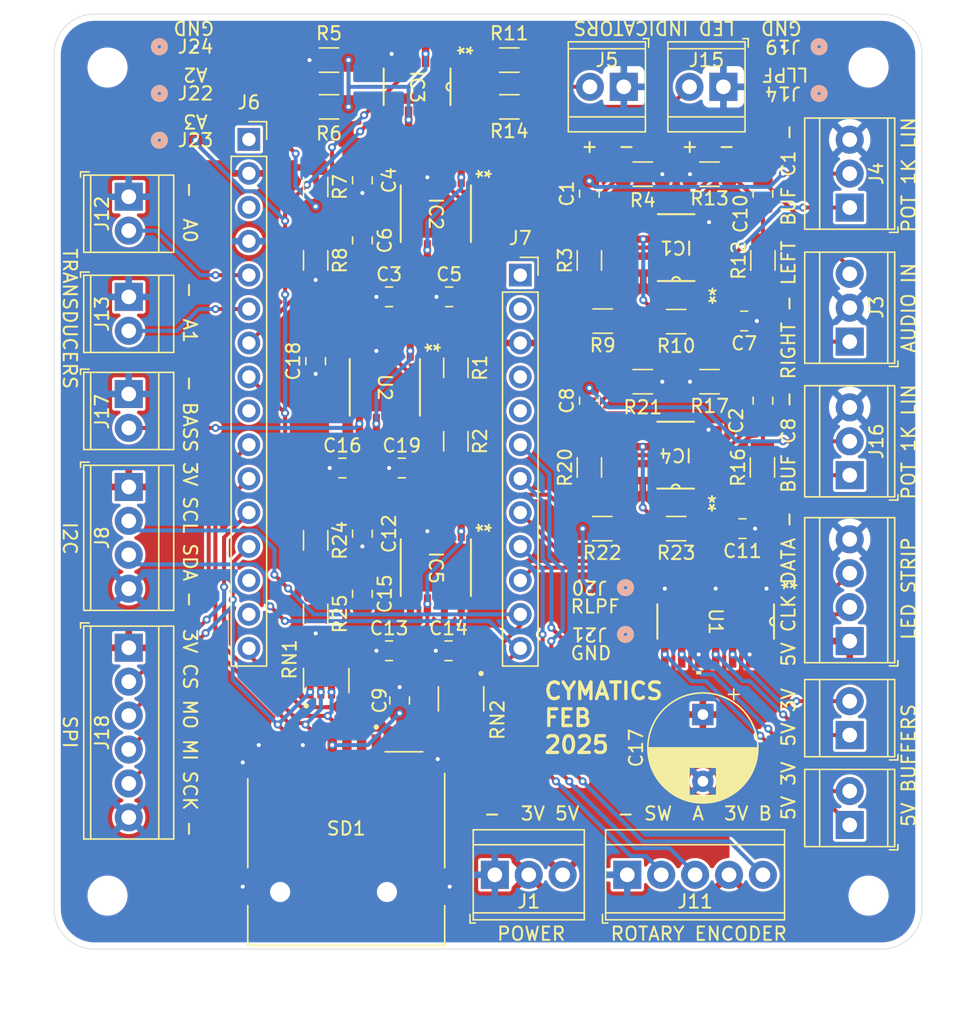
<source format=kicad_pcb>
(kicad_pcb (version 20240108) (generator "pcbnew") (generator_version "8.0")
  (layers (0 "F.Cu" signal) (31 "B.Cu" signal) (34 "B.Paste" user) (35 "F.Paste" user) (36 "B.SilkS" user "B.Silkscreen") (37 "F.SilkS" user "F.Silkscreen") (38 "B.Mask" user) (39 "F.Mask" user) (44 "Edge.Cuts" user))
  (net 0 "")
  (net 1 "Net-(IC1-2IN+)")
  (net 2 "Net-(J4-Pin_2)")
  (net 3 "Net-(IC2-COM)")
  (net 4 "GND")
  (net 5 "USB")
  (net 6 "Net-(IC2-CLK)")
  (net 7 "Net-(IC2-OUT)")
  (net 8 "A2")
  (net 9 "Net-(C7-Pad2)")
  (net 10 "3V3")
  (net 11 "Net-(IC1-1IN+)")
  (net 12 "Net-(IC1-1IN-)")
  (net 13 "Net-(IC1-2OUT)")
  (net 14 "Net-(IC1-2IN-)")
  (net 15 "Net-(IC3-1OUT)")
  (net 16 "Net-(IC3-1IN-)")
  (net 17 "Net-(J2-Pin_2)")
  (net 18 "Net-(J2-Pin_1)")
  (net 19 "Net-(J3-Pin_3)")
  (net 20 "Net-(J3-Pin_1)")
  (net 21 "Net-(J5-Pin_2)")
  (net 22 "SCK")
  (net 23 "EXT_CS")
  (net 25 "Net-(IC4-1IN+)")
  (net 28 "A1")
  (net 30 "MO")
  (net 31 "A0")
  (net 32 "SD_CS")
  (net 34 "MI")
  (net 35 "RE_A")
  (net 36 "LED_DATA_3V3")
  (net 39 "LED_CLK_3V3")
  (net 40 "SDA")
  (net 42 "SCL")
  (net 44 "RE_B")
  (net 45 "RE_SW1")
  (net 46 "Net-(J9-Pin_2)")
  (net 47 "Net-(J9-Pin_1)")
  (net 48 "LED_DATA_5V")
  (net 49 "LED_CLK_5V")
  (net 50 "Net-(U2-COM)")
  (net 51 "Net-(IC4-2IN+)")
  (net 52 "Net-(J16-Pin_2)")
  (net 53 "Net-(C11-Pad2)")
  (net 54 "Net-(IC5-COM)")
  (net 55 "Net-(IC5-CLK)")
  (net 56 "Net-(IC5-OUT)")
  (net 57 "A3")
  (net 58 "Net-(IC3-2OUT)")
  (net 59 "Net-(IC4-1IN-)")
  (net 60 "Net-(IC4-2IN-)")
  (net 61 "Net-(IC4-2OUT)")
  (net 62 "Net-(J15-Pin_2)")
  (net 63 "Net-(U2-CLK)")
  (net 64 "BASS_OUT")
  (net 65 "Net-(U2-IN)")
  (net 66 "DAT2")
  (net 67 "DAT1")
  (footprint "Resistor_SMD:R_1206_3216Metric" (layer "F.Cu") (at 120.21 79.591625 -90)
    (property "Reference" "R1")
    (property "Value" "10k")
  )
  (footprint "TerminalBlock_TE-Connectivity:TerminalBlock_TE_282834-2_1x02_P2.54mm_Horizontal" (layer "F.Cu") (at 140.25 58.55 180)
    (property "Reference" "J15")
    (property "Value" "Screw_Terminal_01x02")
  )
  (footprint "CAY16:RESCAF80P320X160X60-8N" (layer "F.Cu") (at 120.6 104.375 -90)
    (property "Reference" "RN2")
    (property "Value" "CAY16-473J4LF")
  )
  (footprint "Capacitor_SMD:C_0805_2012Metric" (layer "F.Cu") (at 116 104.5 -90)
    (property "Reference" "C9")
    (property "Value" "0.1uF")
  )
  (footprint "Resistor_SMD:R_1206_3216Metric" (layer "F.Cu") (at 143.21 71.55 90)
    (property "Reference" "R12")
    (property "Value" "10k")
  )
  (footprint "Capacitor_SMD:C_0805_2012Metric" (layer "F.Cu") (at 113.21 65.55 90)
    (property "Reference" "C4")
    (property "Value" "0.1uF")
  )
  (footprint "TerminalBlock_TE-Connectivity:TerminalBlock_TE_282834-2_1x02_P2.54mm_Horizontal" (layer "F.Cu") (at 95.71 81.55 -90)
    (property "Reference" "J17")
    (property "Value" "Screw_Terminal_01x02")
  )
  (footprint "Resistor_SMD:R_1206_3216Metric" (layer "F.Cu") (at 131.21 76.09 180)
    (property "Reference" "R9")
    (property "Value" "22k")
  )
  (footprint "MAX7403CSA:21-0041B_8_MXM" (layer "F.Cu") (at 118.71 68.05 -90)
    (property "Reference" "IC2")
    (property "Value" "MAX7403CSA+")
  )
  (footprint "MSD-4-A:CUI_MSD-4-A" (layer "F.Cu") (at 112 115.5875)
    (property "Reference" "SD1")
    (property "Value" "MSD-4-A")
  )
  (footprint "TerminalBlock_TE-Connectivity:TerminalBlock_TE_282834-6_1x06_P2.54mm_Horizontal" (layer "F.Cu") (at 95.71 100.55 -90)
    (property "Reference" "J18")
    (property "Value" "Screw_Terminal_01x06")
  )
  (footprint "MountingHole:MountingHole_2.5mm" (layer "F.Cu") (at 151.12085 119.108694)
    (property "Reference" "REF**" (hide yes))
    (property "Value" "MountingHole_2.5mm")
  )
  (footprint "Connector_PinSocket_2.54mm:PinSocket_1x12_P2.54mm_Vertical" (layer "F.Cu") (at 125.036 72.65)
    (property "Reference" "J7")
    (property "Value" "Conn_01x12_Socket")
  )
  (footprint "Resistor_SMD:R_1206_3216Metric" (layer "F.Cu") (at 136.71 91.63 180)
    (property "Reference" "R23")
    (property "Value" "6.2k")
  )
  (footprint "Capacitor_SMD:C_0805_2012Metric" (layer "F.Cu") (at 130.21 82.05 90)
    (property "Reference" "C8")
    (property "Value" "10uF")
  )
  (footprint "TerminalBlock_TE-Connectivity:TerminalBlock_TE_282834-4_1x04_P2.54mm_Horizontal" (layer "F.Cu") (at 95.71 88.51 -90)
    (property "Reference" "J8")
    (property "Value" "Screw_Terminal_01x04")
  )
  (footprint "Capacitor_SMD:C_0805_2012Metric" (layer "F.Cu") (at 113.21 92.0125 90)
    (property "Reference" "C12")
    (property "Value" "0.1uF")
  )
  (footprint "MountingHole:MountingHole_2.5mm" (layer "F.Cu") (at 94.12085 57.108694)
    (property "Reference" "REF**" (hide yes))
    (property "Value" "MountingHole_2.5mm")
  )
  (footprint "Resistor_SMD:R_1206_3216Metric" (layer "F.Cu") (at 130.21 87.05 90)
    (property "Reference" "R20")
    (property "Value" "10k")
  )
  (footprint "Capacitor_SMD:C_0805_2012Metric" (layer "F.Cu") (at 113.21 96.5125 -90)
    (property "Reference" "C15")
    (property "Value" "10uF")
  )
  (footprint "TerminalBlock_TE-Connectivity:TerminalBlock_TE_282834-2_1x02_P2.54mm_Horizontal" (layer "F.Cu") (at 149.71 107.09 90)
    (property "Reference" "J2" (hide yes))
    (property "Value" "Screw_Terminal_01x02")
  )
  (footprint "Capacitor_THT:CP_Radial_D8.0mm_P5.00mm" (layer "F.Cu") (at 138.71 105.55 -90)
    (property "Reference" "C17")
    (property "Value" "1000uF")
  )
  (footprint "LMV358IDR:D8" (layer "F.Cu") (at 117.305 58.55 -90)
    (property "Reference" "IC3")
    (property "Value" "LMV358IDR")
  )
  (footprint "TerminalBlock_TE-Connectivity:TerminalBlock_TE_282834-2_1x02_P2.54mm_Horizontal" (layer "F.Cu") (at 149.71 113.82 90)
    (property "Reference" "J9" (hide yes))
    (property "Value" "Screw_Terminal_01x02")
  )
  (footprint "Capacitor_SMD:C_0805_2012Metric" (layer "F.Cu") (at 115.21 100.77415)
    (property "Reference" "C13")
    (property "Value" "0.1uF")
  )
  (footprint "RCU-0C:CONN1_RCU-0C_TEC" (layer "F.Cu") (at 144.71 59.05 180)
    (property "Reference" "J14")
    (property "Value" "RCU-0C")
  )
  (footprint "Resistor_SMD:R_1206_3216Metric" (layer "F.Cu") (at 130.21 71.55 90)
    (property "Reference" "R3")
    (property "Value" "10k")
  )
  (footprint "Resistor_SMD:R_1206_3216Metric" (layer "F.Cu") (at 109.71 98.0125 -90)
    (property "Reference" "R25")
    (property "Value" "10k")
  )
  (footprint "Capacitor_SMD:C_0805_2012Metric" (layer "F.Cu") (at 115.21 74.27415)
    (property "Reference" "C3")
    (property "Value" "0.1uF")
  )
  (footprint "Resistor_SMD:R_1206_3216Metric" (layer "F.Cu") (at 120.21 85.091625 -90)
    (property "Reference" "R2")
    (property "Value" "10k")
  )
  (footprint "Capacitor_SMD:C_0805_2012Metric" (layer "F.Cu") (at 116.16 87.091625)
    (property "Reference" "C19")
    (property "Value" "6.8nF")
  )
  (footprint "Resistor_SMD:R_1206_3216Metric" (layer "F.Cu") (at 131.1725 91.63 180)
    (property "Reference" "R22")
    (property "Value" "22k")
  )
  (footprint "MAX7403CSA:21-0041B_8_MXM" (layer "F.Cu") (at 118.71 94.55 -90)
    (property "Reference" "IC5")
    (property "Value" "MAX7403CSA+")
  )
  (footprint "RCU-0C:CONN1_RCU-0C_TEC" (layer "F.Cu") (at 100.71 62.55)
    (property "Reference" "J23")
    (property "Value" "RCU-0C")
  )
  (footprint "RCU-0C:CONN1_RCU-0C_TEC" (layer "F.Cu") (at 100.71 59.05)
    (property "Reference" "J22")
    (property "Value" "RCU-0C")
  )
  (footprint "Resistor_SMD:R_1206_3216Metric" (layer "F.Cu") (at 134.21 65.09)
    (property "Reference" "R4")
    (property "Value" "10k")
  )
  (footprint "Capacitor_SMD:C_0805_2012Metric" (layer "F.Cu") (at 113.21 70.05 -90)
    (property "Reference" "C6")
    (property "Value" "10uF")
  )
  (footprint "Resistor_SMD:R_1206_3216Metric" (layer "F.Cu") (at 110.71 60.05)
    (property "Reference" "R6")
    (property "Value" "5k")
  )
  (footprint "RCU-0C:CONN1_RCU-0C_TEC" (layer "F.Cu") (at 144.71 55.55 180)
    (property "Reference" "J19")
    (property "Value" "RCU-0C")
  )
  (footprint "TerminalBlock_TE-Connectivity:TerminalBlock_TE_282834-2_1x02_P2.54mm_Horizontal" (layer "F.Cu") (at 95.71 74.28 -90)
    (property "Reference" "J13")
    (property "Value" "Screw_Terminal_01x02")
  )
  (footprint "Capacitor_SMD:C_0805_2012Metric" (layer "F.Cu") (at 141.804894 76.08415 180)
    (property "Reference" "C7")
    (property "Value" "10uF")
  )
  (footprint "Capacitor_SMD:C_0805_2012Metric" (layer "F.Cu") (at 119.66 100.77415)
    (property "Reference" "C14")
    (property "Value" "100pF")
  )
  (footprint "MAX7403CSA:21-0041B_8_MXM" (layer "F.Cu") (at 114.891625 81.05 -90)
    (property "Reference" "U2")
    (property "Value" "MAX7480ESA+")
  )
  (footprint "Capacitor_SMD:C_0805_2012Metric" (layer "F.Cu") (at 130.21 66.55 90)
    (property "Reference" "C1")
    (property "Value" "10uF")
  )
  (footprint "Capacitor_SMD:C_0805_2012Metric" (layer "F.Cu") (at 109.71 79.091625 90)
    (property "Reference" "C18")
    (property "Value" "0.1uF")
  )
  (footprint "Resistor_SMD:R_1206_3216Metric" (layer "F.Cu") (at 139.21 65.09 180)
    (property "Reference" "R13")
    (property "Value" "10k")
  )
  (footprint "Resistor_SMD:R_1206_3216Metric" (layer "F.Cu") (at 139.21 80.63 180)
    (property "Reference" "R17")
    (property "Value" "10k")
  )
  (footprint "Resistor_SMD:R_1206_3216Metric" (layer "F.Cu") (at 109.71 71.55 -90)
    (property "Reference" "R8")
    (property "Value" "10k")
  )
  (footprint "Capacitor_SMD:C_0805_2012Metric" (layer "F.Cu") (at 119.71 74.27415)
    (property "Reference" "C5")
    (property "Value" "100pF")
  )
  (footprint "Capacitor_SMD:C_0805_2012Metric" (layer "F.Cu") (at 111.71 87.091625)
    (property "Reference" "C16")
    (property "Value" "0.1uF")
  )
  (footprint "TerminalBlock_TE-Connectivity:TerminalBlock_TE_282834-5_1x05_P2.54mm_Horizontal" (layer "F.Cu") (at 133.05 117.55)
    (property "Reference" "J11")
    (property "Value" "Screw_Terminal_01x05")
  )
  (footprint "RCU-0C:CONN1_RCU-0C_TEC" (layer "F.Cu") (at 130.21 96.05 180)
    (property "Reference" "J20")
    (property "Value" "RCU-0C")
  )
  (footprint "LMV358IDR:D8" (layer "F.Cu") (at 136.6725 86.13 180)
    (property "Reference" "IC4")
    (property "Value" "LMV358IDR")
  )
  (footprint "CAY16:RESCAF80P320X160X60-8N" (layer "F.Cu") (at 110.5 103 90)
    (property "Reference" "RN1")
    (property "Value" "CAY16-473J4LF")
  )
  (footprint "Resistor_SMD:R_1206_3216Metric" (layer "F.Cu") (at 124.21 56.55 180)
    (property "Reference" "R11")
    (property "Value" "150")
  )
  (footprint "MountingHole:MountingHole_2.5mm" (layer "F.Cu") (at 151.12085 57.108694)
    (property "Reference" "REF**" (hide yes))
    (property "Value" "MountingHole_2.5mm")
  )
  (footprint "SN74AHCT125DR:D14" (layer "F.Cu") (at 139.67 98.5862 -90)
    (property "Reference" "U1")
    (property "Value" "SN74AHCT125DR")
  )
  (footprint "Resistor_SMD:R_1206_3216Metric" (layer "F.Cu") (at 134.21 80.63)
    (property "Reference" "R21")
    (property "Value" "10k")
  )
  (footprint "Resistor_SMD:R_1206_3216Metric" (layer "F.Cu") (at 110.71 56.55 180)
    (property "Reference" "R5")
    (property "Value" "7.5k")
  )
  (footprint "Capacitor_SMD:C_0805_2012Metric" (layer "F.Cu") (at 143.21 82.05 -90)
    (property "Reference" "C2")
    (property "Value" "10uF" (hide yes))
  )
  (footprint "Capacitor_SMD:C_0805_2012Metric" (layer "F.Cu") (at 143.21 66.55 90)
    (property "Reference" "C10")
    (property "Value" "10uF")
  )
  (footprint "Resistor_SMD:R_1206_3216Metric" (layer "F.Cu") (at 109.71 92.5125 -90)
    (property "Reference" "R24")
    (property "Value" "10k")
  )
  (footprint "Resistor_SMD:R_1206_3216Metric" (layer "F.Cu") (at 109.71 66.05 -90)
    (property "Reference" "R7")
    (property "Value" "10k")
  )
  (footprint "Resistor_SMD:R_1206_3216Metric" (layer "F.Cu") (at 143.1725 87.05 90)
    (property "Reference" "R16")
    (property "Value" "10k")
  )
  (footprint "Resistor_SMD:R_1206_3216Metric" (layer "F.Cu") (at 124.21 60.05 180)
    (property "Reference" "R14")
    (property "Value" "150")
  )
  (footprint "Connector_PinSocket_2.54mm:PinSocket_1x16_P2.54mm_Vertical" (layer "F.Cu") (at 104.71 62.49)
    (property "Reference" "J6")
    (property "Value" "Conn_01x16_Socket")
  )
  (footprint "TerminalBlock_TE-Connectivity:TerminalBlock_TE_282834-3_1x03_P2.54mm_Horizontal" (layer "F.Cu") (at 149.71 87.63 90)
    (property "Reference" "J16")
    (property "Value" "Screw_Terminal_01x03")
  )
  (footprint "TerminalBlock_TE-Connectivity:TerminalBlock_TE_282834-2_1x02_P2.54mm_Horizontal" (layer "F.Cu") (at 132.79 58.55 180)
    (property "Reference" "J5")
    (property "Value" "Screw_Terminal_01x02")
  )
  (footprint "TerminalBlock_TE-Connectivity:TerminalBlock_TE_282834-3_1x03_P2.54mm_Horizontal" (layer "F.Cu") (at 149.71 67.59 90)
    (property "Reference" "J4")
    (property "Value" "Screw_Terminal_01x03")
  )
  (footprint "MountingHole:MountingHole_2.5mm" (layer "F.Cu") (at 94.12085 119.108694)
    (property "Reference" "REF**" (hide yes))
    (property "Value" "MountingHole_2.5mm")
  )
  (footprint "TerminalBlock_TE-Connectivity:TerminalBlock_TE_282834-3_1x03_P2.54mm_Horizontal" (layer "F.Cu") (at 123.13 117.55)
    (property "Reference" "J1")
    (property "Value" "Screw_Terminal_01x03")
  )
  (footprint "Resistor_SMD:R_1206_3216Metric" (layer "F.Cu") (at 136.71 76.13 180)
    (property "Reference" "R10")
    (property "Value" "6.2k")
  )
  (footprint "RCU-0C:CONN1_RCU-0C_TEC" (layer "F.Cu") (at 100.71 55.55)
    (property "Reference" "J24")
    (property "Value" "RCU-0C")
  )
  (footprint "TerminalBlock_TE-Connectivity:TerminalBlock_TE_282834-4_1x04_P2.54mm_Horizontal" (layer "F.Cu") (at 149.71 100.05 90)
    (property "Reference" "J10" (hide yes))
    (property "Value" "Screw_Terminal_01x04")
  )
  (footprint "RCU-0C:CONN1_RCU-0C_TEC" (layer "F.Cu") (at 130.21 99.55 180)
    (property "Reference" "J21")
    (property "Value" "RCU-0C")
  )
  (footprint "TerminalBlock_TE-Connectivity:TerminalBlock_TE_282834-2_1x02_P2.54mm_Horizontal" (layer "F.Cu") (at 95.71 66.78 -90)
    (property "Reference" "J12")
    (property "Value" "Screw_Terminal_01x02")
  )
  (footprint "LMV358IDR:D8" (layer "F.Cu") (at 136.71 70.59 180)
    (property "Reference" "IC1")
    (property "Value" "LMV358IDR")
  )
  (footprint "Capacitor_SMD:C_0805_2012Metric" (layer "F.Cu") (at 141.6725 91.63 180)
    (property "Reference" "C11")
    (property "Value" "10uF")
  )
  (footprint "TerminalBlock_TE-Connectivity:TerminalBlock_TE_282834-3_1x03_P2.54mm_Horizontal" (layer "F.Cu") (at 149.71 77.63 90)
    (property "Reference" "J3")
    (property "Value" "Screw_Terminal_01x03")
  )
  (gr_arc (start 93.12085 123.108694) (mid 90.999529 122.230002) (end 90.12085 120.108694) (stroke (width 0.05)) (layer "Edge.Cuts"))
  (gr_line (start 152.120851 123.108695) (end 93.12085 123.108694) (stroke (width 0.05)) (layer "Edge.Cuts"))
  (gr_arc (start 152.120851 53.108693) (mid 154.242176 53.987384) (end 155.120851 56.108693) (stroke (width 0.05)) (layer "Edge.Cuts"))
  (gr_line (start 93.120849 53.108693) (end 152.120851 53.108693) (stroke (width 0.05)) (layer "Edge.Cuts"))
  (gr_line (start 155.120851 56.108693) (end 155.120851 120.108695) (stroke (width 0.05)) (layer "Edge.Cuts"))
  (gr_arc (start 90.120849 56.108693) (mid 90.999534 53.987395) (end 93.120849 53.108693) (stroke (width 0.05)) (layer "Edge.Cuts"))
  (gr_line (start 90.120849 56.108693) (end 90.12085 120.108694) (stroke (width 0.05)) (layer "Edge.Cuts"))
  (gr_arc (start 155.120851 120.108695) (mid 154.24217 122.230001) (end 152.120851 123.108695) (stroke (width 0.05)) (layer "Edge.Cuts"))
  (gr_text "A3" (at 101.71 60.55 180) (layer "F.SilkS") (effects (font (size 1 1)) (justify left bottom)))
  (gr_text "-  A1" (at 99.71 73.05 270) (layer "F.SilkS") (effects (font (size 1 1)) (justify left bottom)))
  (gr_text "3V SCL SDA -" (at 99.71 86.55 270) (layer "F.SilkS") (effects (font (size 1 1)) (justify left bottom)))
  (gr_text "I2C" (at 90.71 91.05 270) (layer "F.SilkS") (effects (font (size 1 1)) (justify left bottom)))
  (gr_text "- SW  A  3V B" (at 132.21 113.55 0) (layer "F.SilkS") (effects (font (size 1 1)) (justify left bottom)))
  (gr_text "- BASS" (at 99.71 80.05 270) (layer "F.SilkS") (effects (font (size 1 1)) (justify left bottom)))
  (gr_text "LLPF" (at 146.71 57.05 180) (layer "F.SilkS") (effects (font (size 1 1)) (justify left bottom)))
  (gr_text "POWER" (at 123.21 122.55 0) (layer "F.SilkS") (effects (font (size 1 1)) (justify left bottom)))
  (gr_text "GND" (at 128.71 101.55 0) (layer "F.SilkS") (effects (font (size 1 1)) (justify left bottom)))
  (gr_text "POT 1K LIN" (at 154.71 69.55 90) (layer "F.SilkS") (effects (font (size 1 1)) (justify left bottom)))
  (gr_text "-  3V 5V" (at 122.21 113.55 0) (layer "F.SilkS") (effects (font (size 1 1)) (justify left bottom)))
  (gr_text "TRANSDUCERS" (at 90.71 70.55 270) (layer "F.SilkS") (effects (font (size 1 1)) (justify left bottom)))
  (gr_text "POT 1K LIN" (at 154.71 89.55 90) (layer "F.SilkS") (effects (font (size 1 1)) (justify left bottom)))
  (gr_text "SPI" (at 90.71 105.55 270) (layer "F.SilkS") (effects (font (size 1 1)) (justify left bottom)))
  (gr_text "LED INDICATORS" (at 141.21 53.55 180) (layer "F.SilkS") (effects (font (size 1 1)) (justify left bottom)))
  (gr_text "BUF C1 -" (at 145.71 69.05 90) (layer "F.SilkS") (effects (font (size 1 1)) (justify left bottom)))
  (gr_text "GND" (at 146.21 53.55 180) (layer "F.SilkS") (effects (font (size 1 1)) (justify left bottom)))
  (gr_text "5V 3V" (at 145.71 113.55 90) (layer "F.SilkS") (effects (font (size 1 1)) (justify left bottom)))
  (gr_text "-  A0" (at 99.71 65.55 270) (layer "F.SilkS") (effects (font (size 1 1)) (justify left bottom)))
  (gr_text "RLPF" (at 128.71 98.05 0) (layer "F.SilkS") (effects (font (size 1 1)) (justify left bottom)))
  (gr_text "3V CS MO MI SCK -" (at 99.71 99.05 270) (layer "F.SilkS") (effects (font (size 1 1)) (justify left bottom)))
  (gr_text "AUDIO IN" (at 154.71 78.55 90) (layer "F.SilkS") (effects (font (size 1 1)) (justify left bottom)))
  (gr_text "ROTARY ENCODER" (at 131.71 122.55 0) (layer "F.SilkS") (effects (font (size 1 1)) (justify left bottom)))
  (gr_text "BUF C8 -" (at 145.71 89.05 90) (layer "F.SilkS") (effects (font (size 1 1)) (justify left bottom)))
  (gr_text "-  +" (at 133.71 62.55 180) (layer "F.SilkS") (effects (font (size 1 1)) (justify left bottom)))
  (gr_text "-  +" (at 141.21 62.55 180) (layer "F.SilkS") (effects (font (size 1 1)) (justify left bottom)))
  (gr_text "CYMATICS\nFEB\n2025" (at 126.71 108.55 0) (layer "F.SilkS") (effects (font (size 1.25 1.25) (thickness 0.25) (bold yes)) (justify left bottom)))
  (gr_text "5V 3V" (at 145.71 108.05 90) (layer "F.SilkS") (effects (font (size 1 1)) (justify left bottom)))
  (gr_text "LED STRIP" (at 154.71 100.05 90) (layer "F.SilkS") (effects (font (size 1 1)) (justify left bottom)))
  (gr_text "5V BUFFERS" (at 154.71 114.05 90) (layer "F.SilkS") (effects (font (size 1 1)) (justify left bottom)))
  (gr_text "5V CLK DATA -" (at 145.71 102.05 90) (layer "F.SilkS") (effects (font (size 1 1)) (justify left bottom)))
  (gr_text "RIGHT - LEFT" (at 145.71 80.55 90) (layer "F.SilkS") (effects (font (size 1 1)) (justify left bottom)))
  (gr_text "GND" (at 102.21 53.55 180) (layer "F.SilkS") (effects (font (size 1 1)) (justify left bottom)))
  (gr_text "A2" (at 101.71 57.05 180) (layer "F.SilkS") (effects (font (size 1 1)) (justify left bottom)))
  (segment (start 132.62 65.09) (end 132.7475 65.09) (width 0.3) (layer "F.Cu") (net 1))
  (segment (start 130.21 67.5) (end 132.62 65.09) (width 0.3) (layer "F.Cu") (net 1))
  (segment (start 133.0612 67.5) (end 134.2462 68.685) (width 0.3) (layer "F.Cu") (net 1))
  (segment (start 130.21 67.5) (end 130.21 70.0875) (width 0.3) (layer "F.Cu") (net 1))
  (segment (start 130.21 67.5) (end 133.0612 67.5) (width 0.3) (layer "F.Cu") (net 1))
  (segment (start 144.71 65.05) (end 149.71 65.05) (width 0.3) (layer "F.Cu") (net 2))
  (via (at 144.71 65.05) (size 0.6) (drill 0.3) (layers "F.Cu" "B.Cu") (net 2))
  (via (at 130.21 65.6) (size 0.6) (drill 0.3) (layers "F.Cu" "B.Cu") (net 2))
  (segment (start 130.652614 66.042614) (end 130.21 65.6) (width 0.3) (layer "B.Cu") (net 2))
  (segment (start 143.717386 66.042614) (end 130.652614 66.042614) (width 0.3) (layer "B.Cu") (net 2))
  (segment (start 144.71 65.05) (end 143.717386 66.042614) (width 0.3) (layer "B.Cu") (net 2))
  (segment (start 118.075 72.35915) (end 116.16 74.27415) (width 0.3) (layer "F.Cu") (net 3))
  (segment (start 118.075 70.77415) (end 118.075 72.35915) (width 0.3) (layer "F.Cu") (net 3))
  (via (at 118.075 70.77415) (size 0.6) (drill 0.3) (layers "F.Cu" "B.Cu") (net 3))
  (via (at 120.615 65.32585) (size 0.6) (drill 0.3) (layers "F.Cu" "B.Cu") (net 3))
  (segment (start 120.615 65.32585) (end 120.615 66.145) (width 0.3) (layer "B.Cu") (net 3))
  (segment (start 120.615 66.145) (end 118.075 68.685) (width 0.3) (layer "B.Cu") (net 3))
  (segment (start 118.075 68.685) (end 118.075 70.77415) (width 0.3) (layer "B.Cu") (net 3))
  (via (at 130.21 99.55) (size 0.6) (drill 0.3) (layers "F.Cu" "B.Cu") (net 4))
  (via (at 115.21 87.091625) (size 0.6) (drill 0.3) (layers "F.Cu" "B.Cu") (net 4))
  (via (at 104.25 118.4375) (size 0.6) (drill 0.3) (layers "F.Cu" "B.Cu") (net 4))
  (via (at 143.48 96.1224) (size 0.6) (drill 0.3) (layers "F.Cu" "B.Cu") (net 4))
  (via (at 114.26 74.27415) (size 0.6) (drill 0.3) (layers "F.Cu" "B.Cu") (net 4))
  (via (at 108.75 107.8375) (size 0.6) (drill 0.3) (layers "F.Cu" "B.Cu") (net 4))
  (via (at 142.21 101.05) (size 0.6) (drill 0.3) (layers "F.Cu" "B.Cu") (net 4))
  (via (at 138.4 101.05) (size 0.6) (drill 0.3) (layers "F.Cu" "B.Cu") (net 4))
  (via (at 137.7475 80.63) (size 0.6) (drill 0.3) (layers "F.Cu" "B.Cu") (net 4))
  (via (at 118.85 108.8875) (size 0.6) (drill 0.3) (layers "F.Cu" "B.Cu") (net 4))
  (via (at 142.6225 91.63) (size 0.6) (drill 0.3) (layers "F.Cu" "B.Cu") (net 4))
  (via (at 135.86 96.1224) (size 0.6) (drill 0.3) (layers "F.Cu" "B.Cu") (net 4))
  (via (at 119.75 118.4375) (size 0.6) (drill 0.3) (layers "F.Cu" "B.Cu") (net 4))
  (via (at 139.67 96.1224) (size 0.6) (drill 0.3) (layers "F.Cu" "B.Cu") (net 4))
  (via (at 139.1738 68.685) (size 0.6) (drill 0.3) (layers "F.Cu" "B.Cu") (net 4))
  (via (at 135.6725 65.09) (size 0.6) (drill 0.3) (layers "F.Cu" "B.Cu") (net 4))
  (via (at 118.76 74.27415) (size 0.6) (drill 0.3) (layers "F.Cu" "B.Cu") (net 4))
  (via (at 118.075 91.82585) (size 0.6) (drill 0.3) (layers "F.Cu" "B.Cu") (net 4))
  (via (at 100.71 55.55) (size 0.6) (drill 0.3) (layers "F.Cu" "B.Cu") (net 4))
  (via (at 114.256625 78.32585) (size 0.6) (drill 0.3) (layers "F.Cu" "B.Cu") (net 4))
  (via (at 118.71 100.77415) (size 0.6) (drill 0.3) (layers "F.Cu" "B.Cu") (net 4))
  (via (at 115.4 56.0862) (size 0.6) (drill 0.3) (layers "F.Cu" "B.Cu") (net 4))
  (via (at 118.075 65.32585) (size 0.6) (drill 0.3) (layers "F.Cu" "B.Cu") (net 4))
  (via (at 114.26 100.77415) (size 0.6) (drill 0.3) (layers "F.Cu" "B.Cu") (net 4))
  (via (at 139.1363 84.225) (size 0.6) (drill 0.3) (layers "F.Cu" "B.Cu") (net 4))
  (via (at 113.21 92.9625) (size 0.6) (drill 0.3) (layers "F.Cu" "B.Cu") (net 4))
  (via (at 142.754894 76.08415) (size 0.6) (drill 0.3) (layers "F.Cu" "B.Cu") (net 4))
  (via (at 109.71 99.475) (size 0.6) (drill 0.3) (layers "F.Cu" "B.Cu") (net 4))
  (via (at 116 103.5) (size 0.6) (drill 0.3) (layers "F.Cu" "B.Cu") (net 4))
  (via (at 104.25 109.1375) (size 0.6) (drill 0.3) (layers "F.Cu" "B.Cu") (net 4))
  (via (at 135.6725 80.63) (size 0.6) (drill 0.3) (layers "F.Cu" "B.Cu") (net 4))
  (via (at 144.71 55.55) (size 0.6) (drill 0.3) (layers "F.Cu" "B.Cu") (net 4))
  (via (at 105.45 107.8375) (size 0.6) (drill 0.3) (layers "F.Cu" "B.Cu") (net 4))
  (via (at 113.21 66.5) (size 0.6) (drill 0.3) (layers "F.Cu" "B.Cu") (net 4))
  (via (at 109.71 80.041625) (size 0.6) (drill 0.3) (layers "F.Cu" "B.Cu") (net 4))
  (via (at 110.76 87.091625) (size 0.6) (drill 0.3) (layers "F.Cu" "B.Cu") (net 4))
  (via (at 109.2475 56.55) (size 0.6) (drill 0.3) (layers "F.Cu" "B.Cu") (net 4))
  (via (at 137.7475 65.09) (size 0.6) (drill 0.3) (layers "F.Cu" "B.Cu") (net 4))
  (via (at 109.71 73.0125) (size 0.6) (drill 0.3) (layers "F.Cu" "B.Cu") (net 4))
  (segment (start 120.615 70.77415) (end 120.615 74.22915) (width 0.3) (layer "F.Cu") (net 6))
  (segment (start 120.615 74.22915) (end 120.66 74.27415) (width 0.3) (layer "F.Cu") (net 6))
  (segment (start 116.805 70.77415) (end 113.43585 70.77415) (width 0.3) (layer "F.Cu") (net 7))
  (segment (start 113.43585 70.77415) (end 113.21 71) (width 0.3) (layer "F.Cu") (net 7))
  (segment (start 109.71 67.5125) (end 109.71 66.55) (width 0.3) (layer "F.Cu") (net 8))
  (segment (start 113.21 69.1) (end 111.71 69.1) (width 0.3) (layer "F.Cu") (net 8))
  (segment (start 103.71 59.05) (end 100.71 59.05) (width 0.3) (layer "F.Cu") (net 8))
  (segment (start 108.21 71.5875) (end 109.71 70.0875) (width 0.3) (layer "F.Cu") (net 8))
  (segment (start 109.71 67.5125) (end 111.2975 69.1) (width 0.3) (layer "F.Cu") (net 8))
  (segment (start 108.21 74.23) (end 108.21 71.5875) (width 0.3) (layer "F.Cu") (net 8))
  (segment (start 110.31 70.0875) (end 109.71 70.0875) (width 0.3) (layer "F.Cu") (net 8))
  (segment (start 111.2975 69.1) (end 110.31 70.0875) (width 0.3) (layer "F.Cu") (net 8))
  (segment (start 116.67 57.345456) (end 116.67 56.0862) (width 0.3) (layer "F.Cu") (net 8))
  (segment (start 113.337728 60.677728) (end 116.67 57.345456) (width 0.3) (layer "F.Cu") (net 8))
  (segment (start 111.2975 69.1) (end 111.71 69.1) (width 0.3) (layer "F.Cu") (net 8))
  (segment (start 109.71 66.55) (end 110.935 65.325) (width 0.3) (layer "F.Cu") (net 8))
  (segment (start 104.71 77.73) (end 108.21 74.23) (width 0.3) (layer "F.Cu") (net 8))
  (segment (start 108.21 63.55) (end 103.71 59.05) (width 0.3) (layer "F.Cu") (net 8))
  (segment (start 110.935 65.325) (end 110.935 63.080456) (width 0.3) (layer "F.Cu") (net 8))
  (via (at 108.21 63.55) (size 0.6) (drill 0.3) (layers "F.Cu" "B.Cu") (net 8))
  (via (at 113.337728 60.677728) (size 0.6) (drill 0.3) (layers "F.Cu" "B.Cu") (net 8))
  (via (at 109.71 67.5125) (size 0.6) (drill 0.3) (layers "F.Cu" "B.Cu") (net 8))
  (via (at 110.935 63.080456) (size 0.6) (drill 0.3) (layers "F.Cu" "B.Cu") (net 8))
  (segment (start 108.21 63.55) (end 108.21 66.0125) (width 0.3) (layer "B.Cu") (net 8))
  (segment (start 113.337728 60.677728) (end 110.935 63.080456) (width 0.3) (layer "B.Cu") (net 8))
  (segment (start 108.21 66.0125) (end 109.71 67.5125) (width 0.3) (layer "B.Cu") (net 8))
  (segment (start 140.809044 76.13) (end 140.854894 76.08415) (width 0.3) (layer "F.Cu") (net 9))
  (segment (start 138.1725 76.13) (end 140.809044 76.13) (width 0.3) (layer "F.Cu") (net 9))
  (via (at 110.95 107.8375) (size 0.6) (drill 0.3) (layers "F.Cu" "B.Cu") (net 10))
  (via (at 116 105.45) (size 0.6) (drill 0.3) (layers "F.Cu" "B.Cu") (net 10))
  (segment (start 113.6125 107.8375) (end 116 105.45) (width 0.3) (layer "B.Cu") (net 10))
  (segment (start 110.95 107.8375) (end 113.6125 107.8375) (width 0.3) (layer "B.Cu") (net 10))
  (segment (start 140.755 69.955) (end 139.1738 69.955) (width 0.3) (layer "F.Cu") (net 11))
  (segment (start 143.21 67.5) (end 140.8 65.09) (width 0.3) (layer "F.Cu") (net 11))
  (segment (start 140.8 65.09) (end 140.6725 65.09) (width 0.3) (layer "F.Cu") (net 11))
  (segment (start 143.21 67.5) (end 140.755 69.955) (width 0.3) (layer "F.Cu") (net 11))
  (segment (start 143.21 67.5) (end 143.21 70.0875) (width 0.3) (layer "F.Cu") (net 11))
  (segment (start 140.955 71.225) (end 139.1738 71.225) (width 0.3) (layer "F.Cu") (net 12))
  (segment (start 141.67 70.51) (end 140.955 71.225) (width 0.3) (layer "F.Cu") (net 12))
  (segment (start 139.1738 71.225) (end 139.1738 72.495) (width 0.3) (layer "F.Cu") (net 12))
  (segment (start 146.21 67.59) (end 149.71 67.59) (width 0.3) (layer "F.Cu") (net 12))
  (via (at 146.21 67.59) (size 0.6) (drill 0.3) (layers "F.Cu" "B.Cu") (net 12))
  (via (at 141.67 70.51) (size 0.6) (drill 0.3) (layers "F.Cu" "B.Cu") (net 12))
  (segment (start 144.59 67.59) (end 146.21 67.59) (width 0.3) (layer "B.Cu") (net 12))
  (segment (start 141.67 70.51) (end 144.59 67.59) (width 0.3) (layer "B.Cu") (net 12))
  (segment (start 119.345 65.7894) (end 119.345 65.32585) (width 0.3) (layer "F.Cu") (net 13))
  (segment (start 123.976 73.99) (end 120.21 77.756) (width 0.3) (layer "F.Cu") (net 13))
  (segment (start 123.21 69.6178) (end 123.21 73.224) (width 0.3) (layer "F.Cu") (net 13))
  (segment (start 134.9462 71.225) (end 134.2462 71.225) (width 0.3) (layer "F.Cu") (net 13))
  (segment (start 120.21 77.756) (end 120.21 78.129125) (width 0.3) (layer "F.Cu") (net 13))
  (segment (start 134.2462 71.225) (end 133.535 71.225) (width 0.3) (layer "F.Cu") (net 13))
  (segment (start 123.21 73.224) (end 123.976 73.99) (width 0.3) (layer "F.Cu") (net 13))
  (segment (start 139.21 64.55) (end 139.21 65.420456) (width 0.3) (layer "F.Cu") (net 13))
  (segment (start 136.71 69.4612) (end 134.9462 71.225) (width 0.3) (layer "F.Cu") (net 13))
  (segment (start 129.67 76.09) (end 127.57 73.99) (width 0.3) (layer "F.Cu") (net 13))
  (segment (start 123.976 73.99) (end 124.349125 73.99) (width 0.3) (layer "F.Cu") (net 13))
  (segment (start 144.71 59.05) (end 139.21 64.55) (width 0.3) (layer "F.Cu") (net 13))
  (segment (start 122.1761 68.5839) (end 123.21 69.6178) (width 0.3) (layer "F.Cu") (net 13))
  (segment (start 119.345 65.32585) (end 119.345 65.7528) (width 0.3) (layer "F.Cu") (net 13))
  (segment (start 139.21 65.420456) (end 136.71 67.920456) (width 0.3) (layer "F.Cu") (net 13))
  (segment (start 119.345 65.7528) (end 122.1761 68.5839) (width 0.3) (layer "F.Cu") (net 13))
  (segment (start 131.71 73.05) (end 131.71 74.1275) (width 0.3) (layer "F.Cu") (net 13))
  (segment (start 133.535 71.225) (end 131.71 73.05) (width 0.3) (layer "F.Cu") (net 13))
  (segment (start 136.71 67.920456) (end 136.71 69.4612) (width 0.3) (layer "F.Cu") (net 13))
  (segment (start 131.71 74.1275) (end 129.7475 76.09) (width 0.3) (layer "F.Cu") (net 13))
  (segment (start 129.7475 76.09) (end 129.67 76.09) (width 0.3) (layer "F.Cu") (net 13))
  (segment (start 127.57 73.99) (end 124.349125 73.99) (width 0.3) (layer "F.Cu") (net 13))
  (segment (start 135.2475 75.5151) (end 135.2475 76.13) (width 0.3) (layer "F.Cu") (net 14))
  (segment (start 134.2462 74.5138) (end 135.2475 75.5151) (width 0.3) (layer "F.Cu") (net 14))
  (segment (start 132.6725 76.09) (end 135.2075 76.09) (width 0.3) (layer "F.Cu") (net 14))
  (via (at 134.2462 74.5138) (size 0.6) (drill 0.3) (layers "F.Cu" "B.Cu") (net 14))
  (via (at 134.2462 69.955) (size 0.6) (drill 0.3) (layers "F.Cu" "B.Cu") (net 14))
  (segment (start 134.2462 74.5138) (end 134.2462 69.955) (width 0.3) (layer "B.Cu") (net 14))
  (segment (start 119.21 56.0862) (end 122.2837 56.0862) (width 0.3) (layer "F.Cu") (net 15))
  (segment (start 122.2837 56.0862) (end 122.7475 56.55) (width 0.3) (layer "F.Cu") (net 15))
  (via (at 112.1725 56.55) (size 0.6) (drill 0.3) (layers "F.Cu" "B.Cu") (net 16))
  (via (at 112.1725 60.05) (size 0.6) (drill 0.3) (layers "F.Cu" "B.Cu") (net 16))
  (via (at 116.67 61.0138) (size 0.6) (drill 0.3) (layers "F.Cu" "B.Cu") (net 16))
  (via (at 117.94 56.0862) (size 0.6) (drill 0.3) (layers "F.Cu" "B.Cu") (net 16))
  (segment (start 116.63 58.55) (end 112.1725 58.55) (width 0.3) (layer "B.Cu") (net 16))
  (segment (start 117.94 56.0862) (end 117.94 57.24) (width 0.3) (layer "B.Cu") (net 16))
  (segment (start 112.1725 58.55) (end 112.1725 60.05) (width 0.3) (layer "B.Cu") (net 16))
  (segment (start 116.67 58.59) (end 116.67 61.0138) (width 0.3) (layer "B.Cu") (net 16))
  (segment (start 117.94 57.24) (end 116.63 58.55) (width 0.3) (layer "B.Cu") (net 16))
  (segment (start 116.67 58.59) (end 116.63 58.55) (width 0.3) (layer "B.Cu") (net 16))
  (segment (start 112.1725 56.55) (end 112.1725 58.55) (width 0.3) (layer "B.Cu") (net 16))
  (segment (start 145.71 104.55) (end 149.71 104.55) (width 0.3) (layer "F.Cu") (net 17))
  (via (at 145.71 104.55) (size 0.6) (drill 0.3) (layers "F.Cu" "B.Cu") (net 17))
  (via (at 140.94 101.05) (size 0.6) (drill 0.3) (layers "F.Cu" "B.Cu") (net 17))
  (segment (start 145.71 104.55) (end 144.44 104.55) (width 0.3) (layer "B.Cu") (net 17))
  (segment (start 144.44 104.55) (end 140.94 101.05) (width 0.3) (layer "B.Cu") (net 17))
  (segment (start 144.721447 105.538553) (end 146.272894 107.09) (width 0.3) (layer "F.Cu") (net 18))
  (segment (start 146.272894 107.09) (end 149.71 107.09) (width 0.3) (layer "F.Cu") (net 18))
  (via (at 139.67 101.05) (size 0.6) (drill 0.3) (layers "F.Cu" "B.Cu") (net 18))
  (via (at 144.721447 105.538553) (size 0.6) (drill 0.3) (layers "F.Cu" "B.Cu") (net 18))
  (segment (start 141.69 103.05) (end 139.69 101.05) (width 0.3) (layer "B.Cu") (net 18))
  (segment (start 139.69 101.05) (end 139.67 101.05) (width 0.3) (layer "B.Cu") (net 18))
  (segment (start 144.721447 105.538553) (end 142.232894 103.05) (width 0.3) (layer "B.Cu") (net 18))
  (segment (start 142.232894 103.05) (end 141.69 103.05) (width 0.3) (layer "B.Cu") (net 18))
  (segment (start 149.71 72.1) (end 143.21 65.6) (width 0.3) (layer "F.Cu") (net 19))
  (segment (start 149.71 72.55) (end 149.71 72.1) (width 0.3) (layer "F.Cu") (net 19))
  (segment (start 149.71 77.63) (end 146.68 77.63) (width 0.3) (layer "F.Cu") (net 20))
  (segment (start 146.68 77.63) (end 143.21 81.1) (width 0.3) (layer "F.Cu") (net 20))
  (segment (start 127.6725 58.55) (end 130.25 58.55) (width 0.3) (layer "F.Cu") (net 21))
  (segment (start 125.6725 56.55) (end 127.6725 58.55) (width 0.3) (layer "F.Cu") (net 21))
  (segment (start 109.85 107.2) (end 109.85 107.8375) (width 0.3) (layer "F.Cu") (net 22))
  (segment (start 102.2 100.7) (end 102.2 99.8) (width 0.3) (layer "F.Cu") (net 22))
  (segment (start 108.8375 106.1875) (end 107.6875 106.1875) (width 0.3) (layer "F.Cu") (net 22))
  (segment (start 98.11 103.89) (end 98.11 108.31) (width 0.3) (layer "F.Cu") (net 22))
  (segment (start 102.2 99.8) (end 98.11 103.89) (width 0.3) (layer "F.Cu") (net 22))
  (segment (start 102.2 90.4) (end 102.2 99.8) (width 0.3) (layer "F.Cu") (net 22))
  (segment (start 107.6875 106.1875) (end 102.2 100.7) (width 0.3) (layer "F.Cu") (net 22))
  (segment (start 98.11 108.31) (end 95.71 110.71) (width 0.3) (layer "F.Cu") (net 22))
  (segment (start 108.95 106.3) (end 109.85 107.2) (width 0.3) (layer "F.Cu") (net 22))
  (segment (start 104.71 87.89) (end 102.2 90.4) (width 0.3) (layer "F.Cu") (net 22))
  (segment (start 108.95 106.3) (end 108.8375 106.1875) (width 0.3) (layer "F.Cu") (net 22))
  (segment (start 104.71 87.89) (end 104.71 87.889999) (width 0.3) (layer "F.Cu") (net 22))
  (via (at 110.1 103.875) (size 0.6) (drill 0.3) (layers "F.Cu" "B.Cu") (net 22))
  (via (at 108.95 106.3) (size 0.6) (drill 0.3) (layers "F.Cu" "B.Cu") (net 22))
  (segment (start 110.1 105.15) (end 110.1 103.875) (width 0.3) (layer "B.Cu") (net 22))
  (segment (start 108.95 106.3) (end 110.1 105.15) (width 0.3) (layer "B.Cu") (net 22))
  (segment (start 101.7 97.36) (end 101.7 88.36) (width 0.3) (layer "F.Cu") (net 23))
  (segment (start 95.71 103.09) (end 95.97 103.09) (width 0.3) (layer "F.Cu") (net 23))
  (segment (start 95.97 103.09) (end 101.7 97.36) (width 0.3) (layer "F.Cu") (net 23))
  (segment (start 101.7 88.36) (end 104.71 85.35) (width 0.3) (layer "F.Cu") (net 23))
  (segment (start 140.715 85.495) (end 139.1363 85.495) (width 0.3) (layer "F.Cu") (net 25))
  (segment (start 143.21 83) (end 140.84 80.63) (width 0.3) (layer "F.Cu") (net 25))
  (segment (start 140.84 80.63) (end 140.6725 80.63) (width 0.3) (layer "F.Cu") (net 25))
  (segment (start 143.21 83) (end 140.715 85.495) (width 0.3) (layer "F.Cu") (net 25))
  (segment (start 143.21 85.55) (end 143.1725 85.5875) (width 0.3) (layer "F.Cu") (net 25))
  (segment (start 143.21 83) (end 143.21 85.55) (width 0.3) (layer "F.Cu") (net 25))
  (segment (start 102.21 75.19) (end 104.71 75.19) (width 0.3) (layer "F.Cu") (net 28))
  (via (at 102.21 75.19) (size 0.6) (drill 0.3) (layers "F.Cu" "B.Cu") (net 28))
  (segment (start 102.21 75.19) (end 100.952537 75.19) (width 0.3) (layer "B.Cu") (net 28))
  (segment (start 100.952537 75.19) (end 99.322537 76.82) (width 0.3) (layer "B.Cu") (net 28))
  (segment (start 99.322537 76.82) (end 95.71 76.82) (width 0.3) (layer "B.Cu") (net 28))
  (segment (start 102.85 92.29) (end 104.71 90.43) (width 0.3) (layer "F.Cu") (net 30))
  (segment (start 101.55 98.445) (end 101.55 98.45) (width 0.3) (layer "F.Cu") (net 30))
  (segment (start 102.85 96) (end 102.85 100.475) (width 0.3) (layer "F.Cu") (net 30))
  (segment (start 97.11 102.89) (end 97.11 104.23) (width 0.3) (layer "F.Cu") (net 30))
  (segment (start 108.025 105.65) (end 110.6125 105.65) (width 0.3) (layer "F.Cu") (net 30))
  (segment (start 102.85 100.475) (end 108.025 105.65) (width 0.3) (layer "F.Cu") (net 30))
  (segment (start 101.55 98.45) (end 97.11 102.89) (width 0.3) (layer "F.Cu") (net 30))
  (segment (start 97.11 104.23) (end 95.71 105.63) (width 0.3) (layer "F.Cu") (net 30))
  (segment (start 102.85 96) (end 102.85 92.29) (width 0.3) (layer "F.Cu") (net 30))
  (segment (start 112.05 107.0875) (end 112.05 107.8375) (width 0.3) (layer "F.Cu") (net 30))
  (segment (start 110.6125 105.65) (end 112.05 107.0875) (width 0.3) (layer "F.Cu") (net 30))
  (via (at 110.9 103.875) (size 0.6) (drill 0.3) (layers "F.Cu" "B.Cu") (net 30))
  (via (at 110.6125 105.65) (size 0.6) (drill 0.3) (layers "F.Cu" "B.Cu") (net 30))
  (via (at 102.85 96) (size 0.6) (drill 0.3) (layers "F.Cu" "B.Cu") (net 30))
  (via (at 101.55 98.445) (size 0.6) (drill 0.3) (layers "F.Cu" "B.Cu") (net 30))
  (segment (start 110.6125 105.65) (end 110.9 105.3625) (width 0.3) (layer "B.Cu") (net 30))
  (segment (start 110.9 105.3625) (end 110.9 103.875) (width 0.3) (layer "B.Cu") (net 30))
  (segment (start 102.85 96) (end 102.85 97.145) (width 0.3) (layer "B.Cu") (net 30))
  (segment (start 102.85 97.145) (end 101.55 98.445) (width 0.3) (layer "B.Cu") (net 30))
  (segment (start 102.21 72.65) (end 104.71 72.65) (width 0.3) (layer "F.Cu") (net 31))
  (via (at 102.21 72.65) (size 0.6) (drill 0.3) (layers "F.Cu" "B.Cu") (net 31))
  (segment (start 102.21 72.65) (end 101.06 72.65) (width 0.3) (layer "B.Cu") (net 31))
  (segment (start 101.06 72.65) (end 97.73 69.32) (width 0.3) (layer "B.Cu") (net 31))
  (segment (start 97.73 69.32) (end 95.71 69.32) (width 0.3) (layer "B.Cu") (net 31))
  (segment (start 110.508498 104.991502) (end 111.054002 104.991502) (width 0.3) (layer "F.Cu") (net 32))
  (segment (start 111.7 104.283004) (end 111.7 103.875) (width 0.3) (layer "F.Cu") (net 32))
  (segment (start 113.15 107.0875) (end 113.15 107.8375) (width 0.3) (layer "F.Cu") (net 32))
  (segment (start 111.054002 104.991502) (end 113.15 107.0875) (width 0.3) (layer "F.Cu") (net 32))
  (segment (start 110.5 105) (end 110.508498 104.991502) (width 0.3) (layer "F.Cu") (net 32))
  (segment (start 104.71 100.59) (end 104.71 101.068004) (width 0.3) (layer "F.Cu") (net 32))
  (segment (start 110.983004 105) (end 111.7 104.283004) (width 0.3) (layer "F.Cu") (net 32))
  (segment (start 110.5 105) (end 110.983004 105) (width 0.3) (layer "F.Cu") (net 32))
  (segment (start 108.641996 105) (end 110.5 105) (width 0.3) (layer "F.Cu") (net 32))
  (segment (start 104.71 101.068004) (end 108.641996 105) (width 0.3) (layer "F.Cu") (net 32))
  (segment (start 101.471967 99.447273) (end 97.61 103.30924) (width 0.3) (layer "F.Cu") (net 34))
  (segment (start 107.65 107.06924) (end 107.65 107.8375) (width 0.3) (layer "F.Cu") (net 34))
  (segment (start 106.87788 106.29712) (end 107.65 107.06924) (width 0.3) (layer "F.Cu") (net 34))
  (segment (start 97.61 103.30924) (end 97.61 106.27) (width 0.3) (layer "F.Cu") (net 34))
  (segment (start 103.5 94.18) (end 104.71 92.97) (width 0.3) (layer "F.Cu") (net 34))
  (segment (start 103.5 96.949624) (end 103.5 94.18) (width 0.3) (layer "F.Cu") (net 34))
  (segment (start 97.61 106.27) (end 95.71 108.17) (width 0.3) (layer "F.Cu") (net 34))
  (segment (start 101.471967 99.447272) (end 101.471967 99.447273) (width 0.3) (layer "F.Cu") (net 34))
  (via (at 101.471967 99.447272) (size 0.6) (drill 0.3) (layers "F.Cu" "B.Cu") (net 34))
  (via (at 106.87788 106.29712) (size 0.6) (drill 0.3) (layers "F.Cu" "B.Cu") (net 34))
  (via (at 103.5 96.949624) (size 0.6) (drill 0.3) (layers "F.Cu" "B.Cu") (net 34))
  (via (at 109.3 103.875) (size 0.6) (drill 0.3) (layers "F.Cu" "B.Cu") (net 34))
  (segment (start 103.5 96.949624) (end 103.5 102.9375) (width 0.3) (layer "B.Cu") (net 34))
  (segment (start 103.5 102.9375) (end 106.85962 106.29712) (width 0.3) (layer "B.Cu") (net 34))
  (segment (start 106.85962 106.29712) (end 106.87788 106.29712) (width 0.3) (layer "B.Cu") (net 34))
  (segment (start 101.471967 99.447272) (end 103.5 97.419239) (width 0.3) (layer "B.Cu") (net 34))
  (segment (start 106.87788 106.29712) (end 109.3 103.875) (width 0.3) (layer "B.Cu") (net 34))
  (segment (start 103.5 97.419239) (end 103.5 96.949624) (width 0.3) (layer "B.Cu") (net 34))
  (segment (start 127.36 109.2) (end 127.36 100.05) (width 0.3) (layer "F.Cu") (net 35))
  (segment (start 128.71 110.55) (end 127.36 109.2) (width 0.3) (layer "F.Cu") (net 35))
  (via (at 128.71 110.55) (size 0.6) (drill 0.3) (layers "F.Cu" "B.Cu") (net 35))
  (via (at 127.36 100.05) (size 0.6) (drill 0.3) (layers "F.Cu" "B.Cu") (net 35))
  (segment (start 127.36 100.05) (end 128.21 99.2) (width 0.3) (layer "B.Cu") (net 35))
  (segment (start 127.21 87.524) (end 125.036 85.35) (width 0.3) (layer "B.Cu") (net 35))
  (segment (start 128.71 110.55) (end 128.71 110.63076) (width 0.3) (layer "B.Cu") (net 35))
  (segment (start 128.21 94.729788) (end 127.21 93.729788) (width 0.3) (layer "B.Cu") (net 35))
  (segment (start 128.21 99.2) (end 128.21 94.729788) (width 0.3) (layer "B.Cu") (net 35))
  (segment (start 128.71 110.63076) (end 133.62924 115.55) (width 0.3) (layer "B.Cu") (net 35))
  (segment (start 127.21 93.729788) (end 127.21 87.524) (width 0.3) (layer "B.Cu") (net 35))
  (segment (start 136.21 115.55) (end 138.21 117.55) (width 0.3) (layer "B.Cu") (net 35))
  (segment (start 133.62924 115.55) (end 136.21 115.55) (width 0.3) (layer "B.Cu") (net 35))
  (segment (start 142.21 95.4224) (end 142.21 96.1224) (width 0.3) (layer "F.Cu") (net 36))
  (segment (start 125.036 90.43) (end 128.656 94.05) (width 0.3) (layer "F.Cu") (net 36))
  (segment (start 140.8376 94.05) (end 142.21 95.4224) (width 0.3) (layer "F.Cu") (net 36))
  (segment (start 128.656 94.05) (end 140.8376 94.05) (width 0.3) (layer "F.Cu") (net 36))
  (segment (start 137.5276 94.55) (end 138.4 95.4224) (width 0.3) (layer "F.Cu") (net 39))
  (segment (start 138.4 95.4224) (end 138.4 96.1224) (width 0.3) (layer "F.Cu") (net 39))
  (segment (start 125.996 94.55) (end 137.5276 94.55) (width 0.3) (layer "F.Cu") (net 39))
  (segment (start 125.036 95.51) (end 125.996 94.55) (width 0.3) (layer "F.Cu") (net 39))
  (segment (start 121.8 103.5) (end 122.126 103.5) (width 0.3) (layer "F.Cu") (net 40))
  (segment (start 107.41 98.55) (end 106.31 97.45) (width 0.3) (layer "F.Cu") (net 40))
  (segment (start 122.126 103.5) (end 125.036 100.59) (width 0.3) (layer "F.Cu") (net 40))
  (via (at 107.41 98.55) (size 0.6) (drill 0.3) (layers "F.Cu" "B.Cu") (net 40))
  (via (at 106.31 97.45) (size 0.6) (drill 0.3) (layers "F.Cu" "B.Cu") (net 40))
  (segment (start 106.31 97.45) (end 105.91 97.05) (width 0.3) (layer "B.Cu") (net 40))
  (segment (start 107.41 98.55) (end 122.71 98.55) (width 0.3) (layer "B.Cu") (net 40))
  (segment (start 105.91 97.05) (end 105.91 95.012943) (width 0.3) (layer "B.Cu") (net 40))
  (segment (start 122.71 98.55) (end 124.75 100.59) (width 0.3) (layer "B.Cu") (net 40))
  (segment (start 124.75 100.59) (end 125.036 100.59) (width 0.3) (layer "B.Cu") (net 40))
  (segment (start 105.91 95.012943) (end 105.207057 94.31) (width 0.3) (layer "B.Cu") (net 40))
  (segment (start 105.207057 94.31) (end 96.43 94.31) (width 0.3) (layer "B.Cu") (net 40))
  (segment (start 96.43 94.31) (end 95.71 93.59) (width 0.3) (layer "B.Cu") (net 40))
  (segment (start 125.036 98.892943) (end 125.036 98.05) (width 0.3) (layer "F.Cu") (net 42))
  (segment (start 121 102.928943) (end 125.036 98.892943) (width 0.3) (layer "F.Cu") (net 42))
  (segment (start 107.65 96.11) (end 106.62 95.08) (width 0.3) (layer "F.Cu") (net 42))
  (segment (start 121 103.5) (end 121 102.928943) (width 0.3) (layer "F.Cu") (net 42))
  (via (at 106.62 95.08) (size 0.6) (drill 0.3) (layers "F.Cu" "B.Cu") (net 42))
  (via (at 107.65 96.11) (size 0.6) (drill 0.3) (layers "F.Cu" "B.Cu") (net 42))
  (segment (start 107.65 96.11) (end 109.59 98.05) (width 0.3) (layer "B.Cu") (net 42))
  (segment (start 105.207057 91.77) (end 96.43 91.77) (width 0.3) (layer "B.Cu") (net 42))
  (segment (start 106.62 95.08) (end 106.62 93.182943) (width 0.3) (layer "B.Cu") (net 42))
  (segment (start 109.59 98.05) (end 125.036 98.05) (width 0.3) (layer "B.Cu") (net 42))
  (segment (start 96.43 91.77) (end 95.71 91.05) (width 0.3) (layer "B.Cu") (net 42))
  (segment (start 106.62 93.182943) (end 105.207057 91.77) (width 0.3) (layer "B.Cu") (net 42))
  (segment (start 128.21 109.05) (end 128.21 99.9) (width 0.3) (layer "F.Cu") (net 44))
  (segment (start 129.71 110.55) (end 128.21 109.05) (width 0.3) (layer "F.Cu") (net 44))
  (segment (start 128.21 99.9) (end 127.36 99.05) (width 0.3) (layer "F.Cu") (net 44))
  (via (at 129.71 110.55) (size 0.6) (drill 0.3) (layers "F.Cu" "B.Cu") (net 44))
  (via (at 127.36 99.05) (size 0.6) (drill 0.3) (layers "F.Cu" "B.Cu") (net 44))
  (segment (start 126.71 93.936894) (end 126.71 89.564) (width 0.3) (layer "B.Cu") (net 44))
  (segment (start 140.71 115.05) (end 143.21 117.55) (width 0.3) (layer "B.Cu") (net 44))
  (segment (start 134.21 115.05) (end 140.71 115.05) (width 0.3) (layer "B.Cu") (net 44))
  (segment (start 127.36 94.586894) (end 126.71 93.936894) (width 0.3) (layer "B.Cu") (net 44))
  (segment (start 129.71 110.55) (end 134.21 115.05) (width 0.3) (layer "B.Cu") (net 44))
  (segment (start 126.71 89.564) (end 125.036 87.89) (width 0.3) (layer "B.Cu") (net 44))
  (segment (start 127.36 99.05) (end 127.36 94.586894) (width 0.3) (layer "B.Cu") (net 44))
  (segment (start 126.71 109.55) (end 127.71 110.55) (width 0.3) (layer "F.Cu") (net 45))
  (segment (start 126.71 99.55) (end 126.71 109.55) (width 0.3) (layer "F.Cu") (net 45))
  (via (at 127.71 110.55) (size 0.6) (drill 0.3) (layers "F.Cu" "B.Cu") (net 45))
  (via (at 126.71 99.55) (size 0.6) (drill 0.3) (layers "F.Cu" "B.Cu") (net 45))
  (segment (start 127.71 110.55) (end 133.31 116.15) (width 0.3) (layer "B.Cu") (net 45))
  (segment (start 135.59 117.29) (end 135.59 117.55) (width 0.3) (layer "B.Cu") (net 45))
  (segment (start 134.45 116.15) (end 135.59 117.29) (width 0.3) (layer "B.Cu") (net 45))
  (segment (start 133.31 116.15) (end 134.45 116.15) (width 0.3) (layer "B.Cu") (net 45))
  (segment (start 126.71 99.55) (end 126.71 94.644) (width 0.3) (layer "B.Cu") (net 45))
  (segment (start 126.71 94.644) (end 125.036 92.97) (width 0.3) (layer "B.Cu") (net 45))
  (segment (start 148.20924 111.28) (end 149.71 111.28) (width 0.3) (layer "F.Cu") (net 46))
  (segment (start 143.611637 106.682397) (end 148.20924 111.28) (width 0.3) (layer "F.Cu") (net 46))
  (segment (start 143.611637 106.607772) (end 143.611637 106.682397) (width 0.3) (layer "F.Cu") (net 46))
  (via (at 137.13 101.05) (size 0.6) (drill 0.3) (layers "F.Cu" "B.Cu") (net 46))
  (via (at 143.611637 106.607772) (size 0.6) (drill 0.3) (layers "F.Cu" "B.Cu") (net 46))
  (segment (start 143.537012 106.607772) (end 139.47924 102.55) (width 0.3) (layer "B.Cu") (net 46))
  (segment (start 138.63 102.55) (end 137.13 101.05) (width 0.3) (layer "B.Cu") (net 46))
  (segment (start 143.611637 106.607772) (end 143.537012 106.607772) (width 0.3) (layer "B.Cu") (net 46))
  (segment (start 139.47924 102.55) (end 138.63 102.55) (width 0.3) (layer "B.Cu") (net 46))
  (segment (start 143.009502 107.134496) (end 143.024496 107.134496) (width 0.3) (layer "F.Cu") (net 47))
  (segment (start 143.024496 107.134496) (end 149.71 113.82) (width 0.3) (layer "F.Cu") (net 47))
  (via (at 143.009502 107.134496) (size 0.6) (drill 0.3) (layers "F.Cu" "B.Cu") (net 47))
  (via (at 135.86 101.05) (size 0.6) (drill 0.3) (layers "F.Cu" "B.Cu") (net 47))
  (segment (start 143.009502 107.134496) (end 143.009502 107.119502) (width 0.3) (layer "B.Cu") (net 47))
  (segment (start 143.009502 107.119502) (end 138.94 103.05) (width 0.3) (layer "B.Cu") (net 47))
  (segment (start 137.86 103.05) (end 135.86 101.05) (width 0.3) (layer "B.Cu") (net 47))
  (segment (start 138.94 103.05) (end 137.86 103.05) (width 0.3) (layer "B.Cu") (net 47))
  (segment (start 140.94 96.1224) (end 140.94 96.8336) (width 0.3) (layer "F.Cu") (net 48))
  (segment (start 140.94 96.8336) (end 141.6564 97.55) (width 0.3) (layer "F.Cu") (net 48))
  (segment (start 141.6564 97.55) (end 147.13 97.55) (width 0.3) (layer "F.Cu") (net 48))
  (segment (start 147.13 97.55) (end 149.71 94.97) (width 0.3) (layer "F.Cu") (net 48))
  (segment (start 149.17 98.05) (end 149.71 97.51) (width 0.3) (layer "F.Cu") (net 49))
  (segment (start 138.3464 98.05) (end 149.17 98.05) (width 0.3) (layer "F.Cu") (net 49))
  (segment (start 137.13 96.8336) (end 138.3464 98.05) (width 0.3) (layer "F.Cu") (net 49))
  (segment (start 137.13 96.1224) (end 137.13 96.8336) (width 0.3) (layer "F.Cu") (net 49))
  (segment (start 114.256625 83.77415) (end 114.256625 85.495) (width 0.3) (layer "F.Cu") (net 50))
  (segment (start 114.256625 85.495) (end 112.66 87.091625) (width 0.3) (layer "F.Cu") (net 50))
  (via (at 114.256625 83.77415) (size 0.6) (drill 0.3) (layers "F.Cu" "B.Cu") (net 50))
  (via (at 116.796625 78.32585) (size 0.6) (drill 0.3) (layers "F.Cu" "B.Cu") (net 50))
  (segment (start 114.256625 83.77415) (end 114.256625 81.503375) (width 0.3) (layer "B.Cu") (net 50))
  (segment (start 116.796625 78.963375) (end 116.796625 78.32585) (width 0.3) (layer "B.Cu") (net 50))
  (segment (start 114.256625 81.503375) (end 116.796625 78.963375) (width 0.3) (layer "B.Cu") (net 50))
  (segment (start 130.21 83) (end 132.9837 83) (width 0.3) (layer "F.Cu") (net 51))
  (segment (start 130.21 83) (end 130.21 85.5875) (width 0.3) (layer "F.Cu") (net 51))
  (segment (start 130.21 83) (end 132.58 80.63) (width 0.3) (layer "F.Cu") (net 51))
  (segment (start 132.9837 83) (end 134.2087 84.225) (width 0.3) (layer "F.Cu") (net 51))
  (segment (start 132.58 80.63) (end 132.7475 80.63) (width 0.3) (layer "F.Cu") (net 51))
  (segment (start 144.71 85.09) (end 149.71 85.09) (width 0.3) (layer "F.Cu") (net 52))
  (via (at 144.71 85.09) (size 0.6) (drill 0.3) (layers "F.Cu" "B.Cu") (net 52))
  (via (at 130.21 81.1) (size 0.6) (drill 0.3) (layers "F.Cu" "B.Cu") (net 52))
  (segment (start 130.21 81.1) (end 131.66 82.55) (width 0.3) (layer "B.Cu") (net 52))
  (segment (start 141.25 85.09) (end 144.71 85.09) (width 0.3) (layer "B.Cu") (net 52))
  (segment (start 138.71 82.55) (end 141.25 85.09) (width 0.3) (layer "B.Cu") (net 52))
  (segment (start 131.66 82.55) (end 138.71 82.55) (width 0.3) (layer "B.Cu") (net 52))
  (segment (start 138.1725 91.63) (end 140.7225 91.63) (width 0.3) (layer "F.Cu") (net 53))
  (segment (start 118.075 97.27415) (end 118.075 98.85915) (width 0.3) (layer "F.Cu") (net 54))
  (segment (start 118.075 98.85915) (end 116.16 100.77415) (width 0.3) (layer "F.Cu") (net 54))
  (via (at 120.615 91.82585) (size 0.6) (drill 0.3) (layers "F.Cu" "B.Cu") (net 54))
  (via (at 118.075 97.27415) (size 0.6) (drill 0.3) (layers "F.Cu" "B.Cu") (net 54))
  (segment (start 120.615 91.82585) (end 120.615 92.645) (width 0.3) (layer "B.Cu") (net 54))
  (segment (start 120.615 92.645) (end 118.075 95.185) (width 0.3) (layer "B.Cu") (net 54))
  (segment (start 118.075 95.185) (end 118.075 97.27415) (width 0.3) (layer "B.Cu") (net 54))
  (segment (start 120.615 100.76915) (end 120.61 100.77415) (width 0.3) (layer "F.Cu") (net 55))
  (segment (start 120.615 97.27415) (end 120.615 100.76915) (width 0.3) (layer "F.Cu") (net 55))
  (segment (start 116.805 97.27415) (end 113.39835 97.27415) (width 0.3) (layer "F.Cu") (net 56))
  (segment (start 113.39835 97.27415) (end 113.21 97.4625) (width 0.3) (layer "F.Cu") (net 56))
  (segment (start 107.42 67.527348) (end 107.42 68.582943) (width 0.3) (layer "F.Cu") (net 57))
  (segment (start 110.31 96.55) (end 109.71 96.55) (width 0.3) (layer "F.Cu") (net 57))
  (segment (start 111.2975 95.5625) (end 113.21 95.5625) (width 0.3) (layer "F.Cu") (net 57))
  (segment (start 113.047348 61.887348) (end 113.920896 61.0138) (width 0.3) (layer "F.Cu") (net 57))
  (segment (start 107.42 68.582943) (end 107.42 74.10076) (width 0.3) (layer "F.Cu") (net 57))
  (segment (start 111.2975 95.5625) (end 110.31 96.55) (width 0.3) (layer "F.Cu") (net 57))
  (segment (start 109.71 93.975) (end 107.42 91.685) (width 0.3) (layer "F.Cu") (net 57))
  (segment (start 109.053674 65.893674) (end 107.42 67.527348) (width 0.3) (layer "F.Cu") (net 57))
  (segment (start 107.42 91.685) (end 107.42 82.98) (width 0.3) (layer "F.Cu") (net 57))
  (segment (start 113.920896 61.0138) (end 115.4 61.0138) (width 0.3) (layer "F.Cu") (net 57))
  (segment (start 109.71 93.975) (end 111.2975 95.5625) (width 0.3) (layer "F.Cu") (net 57))
  (segment (start 107.42 82.98) (end 104.71 80.27) (width 0.3) (layer "F.Cu") (net 57))
  (via (at 107.42 74.10076) (size 0.6) (drill 0.3) (layers "F.Cu" "B.Cu") (net 57))
  (via (at 107.42 82.98) (size 0.6) (drill 0.3) (layers "F.Cu" "B.Cu") (net 57))
  (via (at 100.71 62.55) (size 0.6) (drill 0.3) (layers "F.Cu" "B.Cu") (net 57))
  (via (at 109.053674 65.893674) (size 0.6) (drill 0.3) (layers "F.Cu" "B.Cu") (net 57))
  (via (at 113.047348 61.887348) (size 0.6) (drill 0.3) (layers "F.Cu" "B.Cu") (net 57))
  (via (at 107.42 68.582943) (size 0.6) (drill 0.3) (layers "F.Cu" "B.Cu") (net 57))
  (segment (start 107.42 68.582943) (end 105.207057 66.37) (width 0.3) (layer "B.Cu") (net 57))
  (segment (start 107.42 74.10076) (end 107.42 82.98) (width 0.3) (layer "B.Cu") (net 57))
  (segment (start 109.053674 65.881022) (end 109.053674 65.893674) (width 0.3) (layer "B.Cu") (net 57))
  (segment (start 100.71 62.727057) (end 100.71 62.55) (width 0.3) (layer "B.Cu") (net 57))
  (segment (start 104.352943 66.37) (end 100.71 62.727057) (width 0.3) (layer "B.Cu") (net 57))
  (segment (start 105.207057 66.37) (end 104.352943 66.37) (width 0.3) (layer "B.Cu") (net 57))
  (segment (start 113.047348 61.887348) (end 109.053674 65.881022) (width 0.3) (layer "B.Cu") (net 57))
  (segment (start 122.185 59.4875) (end 122.7475 60.05) (width 0.3) (layer "F.Cu") (net 58))
  (segment (start 117.94 60.3026) (end 118.7551 59.4875) (width 0.3) (layer "F.Cu") (net 58))
  (segment (start 117.94 61.0138) (end 117.94 60.3026) (width 0.3) (layer "F.Cu") (net 58))
  (segment (start 118.7551 59.4875) (end 122.185 59.4875) (width 0.3) (layer "F.Cu") (net 58))
  (segment (start 143.925 86.765) (end 144.79 87.63) (width 0.3) (layer "F.Cu") (net 59))
  (segment (start 144.79 87.63) (end 149.71 87.63) (width 0.3) (layer "F.Cu") (net 59))
  (segment (start 139.1363 86.765) (end 143.925 86.765) (width 0.3) (layer "F.Cu") (net 59))
  (segment (start 139.1363 86.765) (end 139.1363 88.035) (width 0.3) (layer "F.Cu") (net 59))
  (segment (start 135.2475 91.0875) (end 135.2475 91.63) (width 0.3) (layer "F.Cu") (net 60))
  (segment (start 132.635 91.63) (end 135.2475 91.63) (width 0.3) (layer "F.Cu") (net 60))
  (segment (start 134.21 90.05) (end 135.2475 91.0875) (width 0.3) (layer "F.Cu") (net 60))
  (via (at 134.21 90.05) (size 0.6) (drill 0.3) (layers "F.Cu" "B.Cu") (net 60))
  (via (at 134.2087 85.495) (size 0.6) (drill 0.3) (layers "F.Cu" "B.Cu") (net 60))
  (segment (start 134.2087 90.0487) (end 134.21 90.05) (width 0.3) (layer "B.Cu") (net 60))
  (segment (start 134.2087 85.495) (end 134.2087 90.0487) (width 0.3) (layer "B.Cu") (net 60))
  (segment (start 134.2087 86.765) (end 133.4975 86.765) (width 0.3) (layer "F.Cu") (net 61))
  (segment (start 121.71 89.09) (end 119.345 91.455) (width 0.3) (layer "F.Cu") (net 61))
  (segment (start 122.75 89.09) (end 120.214125 86.554125) (width 0.3) (layer "F.Cu") (net 61))
  (segment (start 120.214125 86.554125) (end 120.21 86.554125) (width 0.3) (layer "F.Cu") (net 61))
  (segment (start 131.71 89.63) (end 129.71 91.63) (width 0.3) (layer "F.Cu") (net 61))
  (segment (start 133.4975 86.765) (end 131.71 88.5525) (width 0.3) (layer "F.Cu") (net 61))
  (segment (start 119.345 91.455) (end 119.345 91.82585) (width 0.3) (layer "F.Cu") (net 61))
  (segment (start 129.71 91.63) (end 127.17 89.09) (width 0.3) (layer "F.Cu") (net 61))
  (segment (start 131.71 88.5525) (end 131.71 89.63) (width 0.3) (layer "F.Cu") (net 61))
  (segment (start 127.17 89.09) (end 122.75 89.09) (width 0.3) (layer "F.Cu") (net 61))
  (segment (start 122.75 89.09) (end 121.71 89.09) (width 0.3) (layer "F.Cu") (net 61))
  (via (at 129.71 91.63) (size 0.6) (drill 0.3) (layers "F.Cu" "B.Cu") (net 61))
  (via (at 130.21 96.05) (size 0.6) (drill 0.3) (layers "F.Cu" "B.Cu") (net 61))
  (segment (start 130.21 96.05) (end 129.71 95.55) (width 0.3) (layer "B.Cu") (net 61))
  (segment (start 129.71 95.55) (end 129.71 91.63) (width 0.3) (layer "B.Cu") (net 61))
  (segment (start 136.21 60.05) (end 137.71 58.55) (width 0.3) (layer "F.Cu") (net 62))
  (segment (start 125.6725 60.05) (end 136.21 60.05) (width 0.3) (layer "F.Cu") (net 62))
  (segment (start 116.796625 83.77415) (end 116.796625 86.77825) (width 0.3) (layer "F.Cu") (net 63))
  (segment (start 116.796625 86.77825) (end 117.11 87.091625) (width 0.3) (layer "F.Cu") (net 63))
  (segment (start 102.21 84.09) (end 95.71 84.09) (width 0.3) (layer "F.Cu") (net 64))
  (via (at 112.986625 83.77415) (size 0.6) (drill 0.3) (layers "F.Cu" "B.Cu") (net 64))
  (via (at 102.21 84.09) (size 0.6) (drill 0.3) (layers "F.Cu" "B.Cu") (net 64))
  (segment (start 102.21 84.09) (end 112.670775 84.09) (width 0.3) (layer "B.Cu") (net 64))
  (segment (start 112.670775 84.09) (end 112.986625 83.77415) (width 0.3) (layer "B.Cu") (net 64))
  (segment (start 117.79135 81.054125) (end 120.21 81.054125) (width 0.3) (layer "F.Cu") (net 65))
  (segment (start 115.526625 78.7894) (end 117.79135 81.054125) (width 0.3) (layer "F.Cu") (net 65))
  (segment (start 120.21 81.054125) (end 120.21 83.629125) (width 0.3) (layer "F.Cu") (net 65))
  (segment (start 115.526625 78.32585) (end 115.526625 78.7894) (width 0.3) (layer "F.Cu") (net 65))
  (segment (start 119.23489 103.5) (end 119.4 103.5) (width 0.3) (layer "F.Cu") (net 66))
  (segment (start 115.955394 107.8375) (end 118.285 105.507894) (width 0.3) (layer "F.Cu") (net 66))
  (segment (start 118.285 104.44989) (end 119.23489 103.5) (width 0.3) (layer "F.Cu") (net 66))
  (segment (start 114.25 107.8375) (end 115.955394 107.8375) (width 0.3) (layer "F.Cu") (net 66))
  (segment (start 118.285 105.507894) (end 118.285 104.44989) (width 0.3) (layer "F.Cu") (net 66))
  (segment (start 106.55 108.9375) (end 106.55 107.8375) (width 0.3) (layer "F.Cu") (net 67))
  (segment (start 118.785 105.715) (end 115.5 109) (width 0.3) (layer "F.Cu") (net 67))
  (segment (start 119.026996 104.415) (end 118.785 104.656996) (width 0.3) (layer "F.Cu") (net 67))
  (segment (start 106.6125 109) (end 106.55 108.9375) (width 0.3) (layer "F.Cu") (net 67))
  (segment (start 115.5 109) (end 106.6125 109) (width 0.3) (layer "F.Cu") (net 67))
  (segment (start 118.785 104.656996) (end 118.785 105.715) (width 0.3) (layer "F.Cu") (net 67))
  (segment (start 120.2 103.5) (end 120.2 104.3) (width 0.3) (layer "F.Cu") (net 67))
  (segment (start 120.2 104.3) (end 120.085 104.415) (width 0.3) (layer "F.Cu") (net 67))
  (segment (start 120.085 104.415) (end 119.026996 104.415) (width 0.3) (layer "F.Cu") (net 67))
  (zone (net 10) (net_name "3V3") (layer "F.Cu") (priority 2) (connect_pads (clearance 0)) (min_thickness 0.25) (fill yes (thermal_gap 0.5) (thermal_bridge_width 0.5))
    (polygon (pts (xy 110.71 82.05) (xy 108.21 82.05) (xy 108.21 75.55) (xy 110.71 75.55) (xy 110.71 64.05) (xy 92.71 64.05) (xy 92.21 115.55) (xy 120.71 115.55) (xy 120.71 121.05) (xy 142.21 121.05) (xy 142.21 118.05) (xy 125.71 118.05) (xy 125.71 100.55) (xy 110.71 100.55)))
  )
  (zone (net 5) (net_name "USB") (layer "F.Cu") (name "GND") (priority 1) (connect_pads (clearance 0)) (min_thickness 0.25) (fill yes (thermal_gap 0.5) (thermal_bridge_width 0.5))
    (polygon (pts (xy 109.21 76.55) (xy 111.71 76.55) (xy 111.71 63.05) (xy 108.21 63.05) (xy 108.21 59.05) (xy 121.71 59.05) (xy 121.71 64.05) (xy 143.71 64.05) (xy 143.71 98.55) (xy 150.71 98.55) (xy 150.71 107.55) (xy 140.71 107.55) (xy 140.71 117.05) (xy 126.71 117.05) (xy 126.71 99.05) (xy 111.71 99.05) (xy 111.71 81.05) (xy 109.21 81.05)))
  )
  (zone (net 4) (net_name "GND") (layer "B.Cu") (name "GND") (connect_pads (clearance 0)) (min_thickness 0.25) (fill yes (thermal_gap 0.5) (thermal_bridge_width 0.5))
    (polygon (pts (xy 89.21 52.05) (xy 108.71 52.05) (xy 156.21 52.05) (xy 156.21 124.05) (xy 89.21 124.05)))
  )
)
</source>
